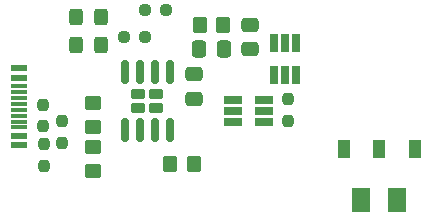
<source format=gbr>
%TF.GenerationSoftware,KiCad,Pcbnew,7.0.10*%
%TF.CreationDate,2024-03-07T14:05:51+00:00*%
%TF.ProjectId,tp4056,74703430-3536-42e6-9b69-6361645f7063,rev?*%
%TF.SameCoordinates,Original*%
%TF.FileFunction,Paste,Top*%
%TF.FilePolarity,Positive*%
%FSLAX46Y46*%
G04 Gerber Fmt 4.6, Leading zero omitted, Abs format (unit mm)*
G04 Created by KiCad (PCBNEW 7.0.10) date 2024-03-07 14:05:51*
%MOMM*%
%LPD*%
G01*
G04 APERTURE LIST*
G04 Aperture macros list*
%AMRoundRect*
0 Rectangle with rounded corners*
0 $1 Rounding radius*
0 $2 $3 $4 $5 $6 $7 $8 $9 X,Y pos of 4 corners*
0 Add a 4 corners polygon primitive as box body*
4,1,4,$2,$3,$4,$5,$6,$7,$8,$9,$2,$3,0*
0 Add four circle primitives for the rounded corners*
1,1,$1+$1,$2,$3*
1,1,$1+$1,$4,$5*
1,1,$1+$1,$6,$7*
1,1,$1+$1,$8,$9*
0 Add four rect primitives between the rounded corners*
20,1,$1+$1,$2,$3,$4,$5,0*
20,1,$1+$1,$4,$5,$6,$7,0*
20,1,$1+$1,$6,$7,$8,$9,0*
20,1,$1+$1,$8,$9,$2,$3,0*%
G04 Aperture macros list end*
%ADD10RoundRect,0.237500X0.237500X-0.250000X0.237500X0.250000X-0.237500X0.250000X-0.237500X-0.250000X0*%
%ADD11RoundRect,0.250000X-0.350000X-0.450000X0.350000X-0.450000X0.350000X0.450000X-0.350000X0.450000X0*%
%ADD12RoundRect,0.230000X0.375000X-0.230000X0.375000X0.230000X-0.375000X0.230000X-0.375000X-0.230000X0*%
%ADD13RoundRect,0.150000X0.150000X-0.825000X0.150000X0.825000X-0.150000X0.825000X-0.150000X-0.825000X0*%
%ADD14RoundRect,0.237500X-0.250000X-0.237500X0.250000X-0.237500X0.250000X0.237500X-0.250000X0.237500X0*%
%ADD15RoundRect,0.250000X-0.337500X-0.475000X0.337500X-0.475000X0.337500X0.475000X-0.337500X0.475000X0*%
%ADD16RoundRect,0.237500X-0.237500X0.250000X-0.237500X-0.250000X0.237500X-0.250000X0.237500X0.250000X0*%
%ADD17RoundRect,0.250000X0.325000X0.450000X-0.325000X0.450000X-0.325000X-0.450000X0.325000X-0.450000X0*%
%ADD18RoundRect,0.250000X0.475000X-0.337500X0.475000X0.337500X-0.475000X0.337500X-0.475000X-0.337500X0*%
%ADD19R,1.450000X0.600000*%
%ADD20R,1.450000X0.300000*%
%ADD21R,1.560000X0.650000*%
%ADD22RoundRect,0.250000X-0.475000X0.337500X-0.475000X-0.337500X0.475000X-0.337500X0.475000X0.337500X0*%
%ADD23RoundRect,0.250000X0.450000X-0.350000X0.450000X0.350000X-0.450000X0.350000X-0.450000X-0.350000X0*%
%ADD24R,1.000000X1.500000*%
%ADD25R,1.500000X2.000000*%
%ADD26R,0.650000X1.560000*%
G04 APERTURE END LIST*
D10*
%TO.C,R4*%
X168020000Y-85082500D03*
X168020000Y-83257500D03*
%TD*%
D11*
%TO.C,R5*%
X160500000Y-77000000D03*
X162500000Y-77000000D03*
%TD*%
D12*
%TO.C,U1*%
X155300000Y-84000000D03*
X156800000Y-84000000D03*
X155300000Y-82860000D03*
X156800000Y-82860000D03*
D13*
X154145000Y-85905000D03*
X155415000Y-85905000D03*
X156685000Y-85905000D03*
X157955000Y-85905000D03*
X157955000Y-80955000D03*
X156685000Y-80955000D03*
X155415000Y-80955000D03*
X154145000Y-80955000D03*
%TD*%
D14*
%TO.C,R2*%
X155837500Y-75750000D03*
X157662500Y-75750000D03*
%TD*%
D15*
%TO.C,C2*%
X160462500Y-79000000D03*
X162537500Y-79000000D03*
%TD*%
D16*
%TO.C,R7*%
X148820000Y-85155000D03*
X148820000Y-86980000D03*
%TD*%
D17*
%TO.C,D2*%
X152122500Y-76290000D03*
X150072500Y-76290000D03*
%TD*%
D16*
%TO.C,R6*%
X147290000Y-87097500D03*
X147290000Y-88922500D03*
%TD*%
D18*
%TO.C,C1*%
X160000000Y-83237500D03*
X160000000Y-81162500D03*
%TD*%
D14*
%TO.C,R1*%
X154087500Y-78000000D03*
X155912500Y-78000000D03*
%TD*%
D19*
%TO.C,J8*%
X145195000Y-80670000D03*
X145195000Y-81470000D03*
D20*
X145195000Y-82670000D03*
X145195000Y-83670000D03*
X145195000Y-84170000D03*
X145195000Y-85170000D03*
D19*
X145195000Y-86370000D03*
X145195000Y-87170000D03*
X145195000Y-87170000D03*
X145195000Y-86370000D03*
D20*
X145195000Y-85670000D03*
X145195000Y-84670000D03*
X145195000Y-83170000D03*
X145195000Y-82170000D03*
D19*
X145195000Y-81470000D03*
X145195000Y-80670000D03*
%TD*%
D21*
%TO.C,U3*%
X163290000Y-83320000D03*
X163290000Y-84270000D03*
X163290000Y-85220000D03*
X165990000Y-85220000D03*
X165990000Y-84270000D03*
X165990000Y-83320000D03*
%TD*%
D10*
%TO.C,R10*%
X147280000Y-85552500D03*
X147280000Y-83727500D03*
%TD*%
D22*
%TO.C,C3*%
X164750000Y-76962500D03*
X164750000Y-79037500D03*
%TD*%
D23*
%TO.C,R8*%
X151470000Y-85620000D03*
X151470000Y-83620000D03*
%TD*%
%TO.C,R9*%
X151480000Y-89360000D03*
X151480000Y-87360000D03*
%TD*%
D24*
%TO.C,J6*%
X172700000Y-87450000D03*
X175700000Y-87450000D03*
X178700000Y-87450000D03*
D25*
X174200000Y-91810000D03*
X177200000Y-91810000D03*
%TD*%
D17*
%TO.C,D1*%
X152122500Y-78722000D03*
X150072500Y-78722000D03*
%TD*%
D11*
%TO.C,R3*%
X158000000Y-88800000D03*
X160000000Y-88800000D03*
%TD*%
D26*
%TO.C,U2*%
X166780000Y-81210000D03*
X167730000Y-81210000D03*
X168680000Y-81210000D03*
X168680000Y-78510000D03*
X167730000Y-78510000D03*
X166780000Y-78510000D03*
%TD*%
M02*

</source>
